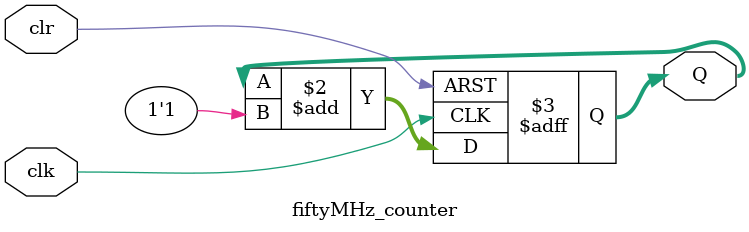
<source format=v>
 module fiftyMHz_counter(clk,Q,clr);

output reg[25:0] Q;
input clk,clr;


always @(posedge clk or posedge clr) begin
		
	if (clr)
		Q <= 26'b00000000000000000000000000;
		
	else
		Q <= Q + 1'b1;
end

endmodule
</source>
